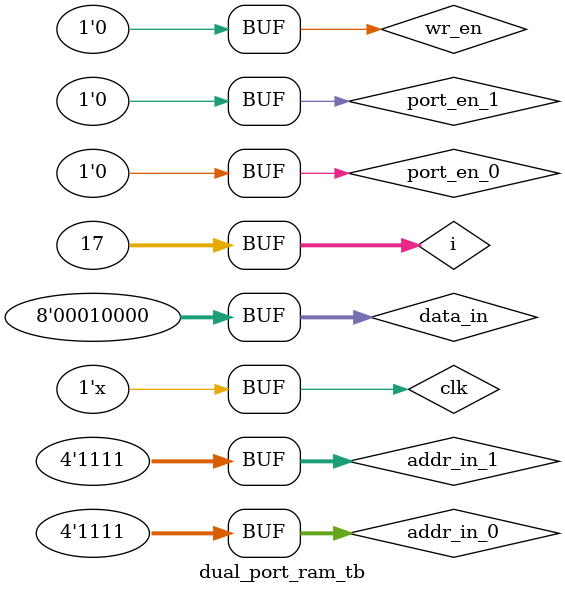
<source format=v>
`timescale 1ns / 1ps

module dual_port_ram_tb;
parameter addr_width = 4;
parameter data_width = 8;
parameter depth = 16;
integer i;
	// Inputs
	reg clk;
	reg wr_en;
	reg [data_width-1:0] data_in;
	reg [addr_width-1:0] addr_in_0;
	reg [addr_width-1:0] addr_in_1;
	reg port_en_0;
	reg port_en_1;

	// Outputs
	wire [data_width-1:0] data_out_0;
	wire [data_width-1:0] data_out_1;

	// Instantiate the Unit Under Test (UUT)
	dual_port_ram uut (
		.clk(clk), 
		.wr_en(wr_en), 
		.data_in(data_in), 
		.addr_in_0(addr_in_0), 
		.addr_in_1(addr_in_1), 
		.port_en_0(port_en_0), 
		.port_en_1(port_en_1), 
		.data_out_0(data_out_0), 
		.data_out_1(data_out_1)
	);

 always
        #5 clk = ~clk;
initial begin
        clk = 1;
        addr_in_1 = 0;
        port_en_0 = 0;
        port_en_1 = 0;
        wr_en = 0;
        data_in = 0;
        addr_in_0 = 0;  
        #20;
        port_en_0 = 1;  
        wr_en = 1;
      for(i=1; i <= 16; i = i + 1) begin
            data_in = i;
            addr_in_0 = i-1;
            #10;
        end
        wr_en = 0;
        port_en_0 = 0;  
        port_en_1 = 1;  
        for(i=1; i <= 16; i = i + 1) begin
            addr_in_1 = i-1;
            #10;
        end
        port_en_1 = 0;
    end
      
endmodule
</source>
